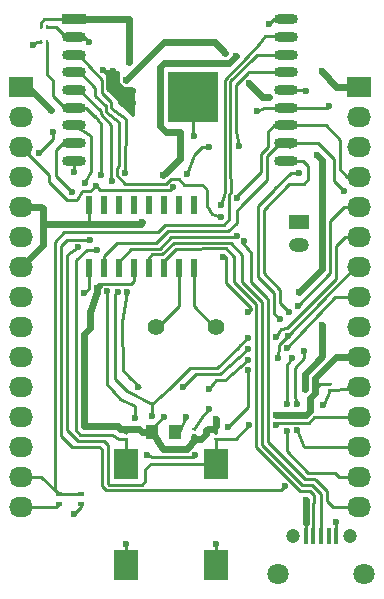
<source format=gbr>
G04 #@! TF.FileFunction,Copper,L1,Top,Signal*
%FSLAX46Y46*%
G04 Gerber Fmt 4.6, Leading zero omitted, Abs format (unit mm)*
G04 Created by KiCad (PCBNEW 4.0.4+e1-6308~48~ubuntu16.04.1-stable) date Wed Nov  2 15:53:33 2016*
%MOMM*%
%LPD*%
G01*
G04 APERTURE LIST*
%ADD10C,0.100000*%
%ADD11R,1.000000X1.250000*%
%ADD12R,2.032000X1.727200*%
%ADD13O,2.032000X1.727200*%
%ADD14C,1.800000*%
%ADD15C,1.200000*%
%ADD16R,0.400000X1.350000*%
%ADD17R,1.700000X1.200000*%
%ADD18O,1.700000X1.200000*%
%ADD19R,0.600000X0.400000*%
%ADD20R,0.280000X0.430000*%
%ADD21R,0.430000X0.280000*%
%ADD22R,2.000000X2.500000*%
%ADD23R,0.600000X1.500000*%
%ADD24O,2.000000X0.900000*%
%ADD25R,2.000000X0.900000*%
%ADD26R,4.300000X4.300000*%
%ADD27C,1.422400*%
%ADD28C,0.600000*%
%ADD29C,0.250000*%
%ADD30C,0.600000*%
%ADD31C,0.254000*%
G04 APERTURE END LIST*
D10*
D11*
X130445000Y-137795000D03*
X132445000Y-137795000D03*
D12*
X119380000Y-108585000D03*
D13*
X119380000Y-111125000D03*
X119380000Y-113665000D03*
X119380000Y-116205000D03*
X119380000Y-118745000D03*
X119380000Y-121285000D03*
X119380000Y-123825000D03*
X119380000Y-126365000D03*
X119380000Y-128905000D03*
X119380000Y-131445000D03*
X119380000Y-133985000D03*
X119380000Y-136525000D03*
X119380000Y-139065000D03*
X119380000Y-141605000D03*
X119380000Y-144145000D03*
D14*
X148405000Y-149860000D03*
D15*
X147205000Y-146610000D03*
D16*
X144780000Y-146660000D03*
X144130000Y-146660000D03*
X143480000Y-146660000D03*
X145430000Y-146660000D03*
X146080000Y-146660000D03*
D15*
X142355000Y-146610000D03*
D14*
X141155000Y-149860000D03*
D12*
X147955000Y-108585000D03*
D13*
X147955000Y-111125000D03*
X147955000Y-113665000D03*
X147955000Y-116205000D03*
X147955000Y-118745000D03*
X147955000Y-121285000D03*
X147955000Y-123825000D03*
X147955000Y-126365000D03*
X147955000Y-128905000D03*
X147955000Y-131445000D03*
X147955000Y-133985000D03*
X147955000Y-136525000D03*
X147955000Y-139065000D03*
X147955000Y-141605000D03*
X147955000Y-144145000D03*
D17*
X142875000Y-120015000D03*
D18*
X142875000Y-122015000D03*
D19*
X122555000Y-143960000D03*
X122555000Y-143060000D03*
X124460000Y-143960000D03*
X124460000Y-143060000D03*
D20*
X121030000Y-103505000D03*
X121540000Y-103505000D03*
X121555000Y-104800000D03*
X121045000Y-104800000D03*
D21*
X133985000Y-138050000D03*
X133985000Y-137540000D03*
X145500000Y-133745000D03*
X145500000Y-134255000D03*
X135890000Y-137915000D03*
X135890000Y-138425000D03*
X128270000Y-137915000D03*
X128270000Y-138425000D03*
D22*
X135890000Y-140505000D03*
X135890000Y-149055000D03*
X128270000Y-140505000D03*
X128270000Y-149055000D03*
D23*
X125095000Y-123985000D03*
X126365000Y-123985000D03*
X127635000Y-123985000D03*
X128905000Y-123985000D03*
X130175000Y-123985000D03*
X131445000Y-123985000D03*
X132715000Y-123985000D03*
X133985000Y-123985000D03*
X133985000Y-118585000D03*
X132715000Y-118585000D03*
X131445000Y-118585000D03*
X130175000Y-118585000D03*
X128905000Y-118585000D03*
X127635000Y-118585000D03*
X126365000Y-118585000D03*
X125095000Y-118585000D03*
D24*
X141825000Y-114870000D03*
X123825000Y-114870000D03*
D25*
X123825000Y-102870000D03*
D24*
X123825000Y-104370000D03*
X123825000Y-105870000D03*
X123825000Y-107370000D03*
X123825000Y-108870000D03*
X123825000Y-110370000D03*
X123825000Y-111870000D03*
X123825000Y-113370000D03*
X141825000Y-113370000D03*
X141825000Y-111870000D03*
X141825000Y-110370000D03*
X141825000Y-108870000D03*
X141825000Y-107370000D03*
X141825000Y-105870000D03*
X141825000Y-104370000D03*
X141825000Y-102870000D03*
D26*
X133945000Y-109450000D03*
D27*
X130810000Y-128905000D03*
X135890000Y-128905000D03*
D28*
X140390000Y-103250000D03*
X126350000Y-107180000D03*
X127170000Y-107270000D03*
X128850000Y-109990000D03*
X128830000Y-108960000D03*
X134000000Y-112800000D03*
X139370000Y-110640000D03*
X145430000Y-110200000D03*
X124700000Y-126100000D03*
X123860000Y-115790000D03*
X120400000Y-105100000D03*
X133350000Y-136525000D03*
X146050000Y-145415000D03*
X135890000Y-147320000D03*
X128270000Y-147320000D03*
X123825000Y-144780000D03*
X140980000Y-136410000D03*
X131400000Y-116100000D03*
X129630000Y-120080000D03*
X128530000Y-106510000D03*
X137550000Y-106010000D03*
X144820000Y-107230000D03*
X135890000Y-136750000D03*
X126610000Y-120180000D03*
X132800000Y-112400000D03*
X125800000Y-125600000D03*
X125200000Y-129000000D03*
X131445000Y-136525000D03*
X141980000Y-129710000D03*
X138600000Y-127700000D03*
X136500000Y-123000000D03*
X136300000Y-119600000D03*
X141140000Y-131550000D03*
X138600000Y-131700000D03*
X135300000Y-134200000D03*
X135255000Y-135890000D03*
X128200000Y-115900000D03*
X141930000Y-130720000D03*
X129270000Y-133990000D03*
X128360000Y-125960000D03*
X133100000Y-134000000D03*
X138600000Y-130800000D03*
X127060000Y-116560000D03*
X127540000Y-125960000D03*
X140980000Y-129760000D03*
X130500000Y-136450000D03*
X138600000Y-129900000D03*
X126180000Y-116090000D03*
X129000000Y-136620000D03*
X126630000Y-125900000D03*
X130000000Y-139790000D03*
X134100000Y-139740000D03*
X136900000Y-137400000D03*
X138600000Y-132600000D03*
X142810000Y-127160000D03*
X143400000Y-134200000D03*
X144890000Y-128780000D03*
X142900000Y-125990000D03*
X144410000Y-114360000D03*
X138670000Y-108310000D03*
X140370000Y-109430000D03*
X128240000Y-108060000D03*
X136680000Y-105740000D03*
X143500000Y-143620000D03*
X132270000Y-117100000D03*
X133450000Y-115980000D03*
X137800000Y-113600000D03*
X135300000Y-113700000D03*
X125700000Y-116960000D03*
X125780000Y-122420000D03*
X122100000Y-112400000D03*
X120900000Y-114200000D03*
X125100000Y-104800000D03*
X146750000Y-117450000D03*
X137630000Y-121200000D03*
X137650000Y-118030000D03*
X124800000Y-116750000D03*
X125170000Y-121550000D03*
X141700000Y-142400000D03*
X144910000Y-135510000D03*
X124190000Y-122170000D03*
X123670000Y-117490000D03*
X138670000Y-137240000D03*
X140980000Y-137220000D03*
X142700000Y-135500000D03*
X142750000Y-137690000D03*
X143300000Y-131000000D03*
X142100000Y-127700000D03*
X142900000Y-115900000D03*
X141890000Y-137730000D03*
X141870000Y-135450000D03*
X142280000Y-131550000D03*
X141300000Y-128300000D03*
X143500000Y-109000000D03*
X136290000Y-118640000D03*
X138280000Y-121700000D03*
X121870000Y-110530000D03*
D29*
X132715000Y-123985000D02*
X132715000Y-127185000D01*
X132715000Y-127185000D02*
X130995000Y-128905000D01*
X130995000Y-128905000D02*
X130810000Y-128905000D01*
X141825000Y-102870000D02*
X140770000Y-102870000D01*
X140770000Y-102870000D02*
X140390000Y-103250000D01*
X128850000Y-109990000D02*
X128850000Y-111010000D01*
X126680002Y-107510002D02*
X126350000Y-107180000D01*
X126680002Y-108760000D02*
X126680002Y-107510002D01*
X127590000Y-109669998D02*
X126680002Y-108760000D01*
X127590000Y-109750000D02*
X127590000Y-109669998D01*
X128850000Y-111010000D02*
X127590000Y-109750000D01*
X127170000Y-107270000D02*
X127170000Y-107880000D01*
X128580000Y-108710000D02*
X128830000Y-108960000D01*
X128000000Y-108710000D02*
X128580000Y-108710000D01*
X127170000Y-107880000D02*
X128000000Y-108710000D01*
X128830000Y-108960000D02*
X128830000Y-109140000D01*
X128850000Y-109990000D02*
X128830000Y-110010000D01*
X128830000Y-108960000D02*
X128850000Y-108980000D01*
X128850000Y-108980000D02*
X128850000Y-109990000D01*
X133945000Y-109450000D02*
X133945000Y-112745000D01*
X133945000Y-112745000D02*
X134000000Y-112800000D01*
X141825000Y-110370000D02*
X140530000Y-110370000D01*
X139960000Y-110370000D02*
X139370000Y-110640000D01*
X140530000Y-110370000D02*
X139960000Y-110370000D01*
X141825000Y-110370000D02*
X145260000Y-110370000D01*
X145260000Y-110370000D02*
X145430000Y-110200000D01*
X125095000Y-123985000D02*
X125095000Y-125705000D01*
X125095000Y-125705000D02*
X124700000Y-126100000D01*
X123825000Y-114870000D02*
X123885000Y-115765000D01*
X123885000Y-115765000D02*
X123860000Y-115790000D01*
X121045000Y-104800000D02*
X120700000Y-104800000D01*
X120700000Y-104800000D02*
X120400000Y-105100000D01*
X132445000Y-137795000D02*
X132715000Y-137795000D01*
X132715000Y-137795000D02*
X133350000Y-136525000D01*
X146080000Y-146660000D02*
X146080000Y-145445000D01*
X146080000Y-145445000D02*
X146050000Y-145415000D01*
X135890000Y-149055000D02*
X135890000Y-147320000D01*
X128270000Y-149055000D02*
X128270000Y-147320000D01*
X124460000Y-143960000D02*
X124460000Y-144145000D01*
X124460000Y-144145000D02*
X123825000Y-144780000D01*
X135890000Y-128905000D02*
X135705000Y-128905000D01*
X135705000Y-128905000D02*
X133985000Y-127185000D01*
X133985000Y-127185000D02*
X133985000Y-123985000D01*
X145500000Y-133745000D02*
X144695000Y-133745000D01*
X144695000Y-133745000D02*
X144290000Y-134150000D01*
D30*
X147955000Y-131445000D02*
X146065000Y-131445000D01*
X144290000Y-133220000D02*
X146065000Y-131445000D01*
X143490000Y-136370000D02*
X143820000Y-136040000D01*
X141180000Y-136410000D02*
X140980000Y-136410000D01*
X141620000Y-136410000D02*
X141180000Y-136410000D01*
X142270000Y-136410000D02*
X141620000Y-136410000D01*
X143490000Y-136370000D02*
X142270000Y-136410000D01*
X144290000Y-134520000D02*
X144290000Y-134150000D01*
X144290000Y-134150000D02*
X144290000Y-133250000D01*
X143820000Y-134990000D02*
X144290000Y-134520000D01*
X143820000Y-136040000D02*
X143820000Y-134990000D01*
X144290000Y-133250000D02*
X144290000Y-133220000D01*
D29*
X128905000Y-123985000D02*
X128905000Y-125035000D01*
X126130000Y-125270000D02*
X125800000Y-125600000D01*
X128670000Y-125270000D02*
X126130000Y-125270000D01*
X128905000Y-125035000D02*
X128670000Y-125270000D01*
D30*
X132800000Y-112400000D02*
X132800000Y-114700000D01*
X131400000Y-116100000D02*
X132800000Y-114700000D01*
X129530000Y-120180000D02*
X126610000Y-120180000D01*
X129630000Y-120080000D02*
X129530000Y-120180000D01*
X128530000Y-102900000D02*
X128520000Y-102890000D01*
X128530000Y-106510000D02*
X128530000Y-102900000D01*
D29*
X128270000Y-137915000D02*
X128270000Y-137800000D01*
X128270000Y-137800000D02*
X128010000Y-137540000D01*
D30*
X129340000Y-137540000D02*
X128010000Y-137540000D01*
X128010000Y-137540000D02*
X127760000Y-137540000D01*
X129595000Y-137795000D02*
X129340000Y-137540000D01*
X130445000Y-137795000D02*
X129595000Y-137795000D01*
X127540000Y-137320000D02*
X124720000Y-137300000D01*
X124660000Y-129540000D02*
X125200000Y-129000000D01*
X124689998Y-137269998D02*
X124660000Y-129540000D01*
X124720000Y-137300000D02*
X124689998Y-137269998D01*
X127760000Y-137540000D02*
X127540000Y-137320000D01*
X125060000Y-120180000D02*
X121200000Y-120180000D01*
X121200000Y-120180000D02*
X121200000Y-118900000D01*
X121200000Y-118900000D02*
X121045000Y-118745000D01*
X121045000Y-118745000D02*
X119380000Y-118745000D01*
X126610000Y-120180000D02*
X125060000Y-120180000D01*
D29*
X125095000Y-120145000D02*
X125095000Y-118585000D01*
X125060000Y-120180000D02*
X125095000Y-120145000D01*
D30*
X131620000Y-112400000D02*
X132800000Y-112400000D01*
X137550000Y-106010000D02*
X137000000Y-106560000D01*
X137000000Y-106560000D02*
X131450000Y-106560000D01*
X131450000Y-106560000D02*
X131120000Y-106890000D01*
X131120000Y-106890000D02*
X131120000Y-111900000D01*
X147955000Y-108585000D02*
X146060000Y-108610000D01*
X144820000Y-107230000D02*
X146060000Y-108610000D01*
X131120000Y-111900000D02*
X131620000Y-112400000D01*
X135890000Y-136750000D02*
X135890000Y-137290000D01*
D29*
X135890000Y-137290000D02*
X135890000Y-137915000D01*
X126610000Y-120180000D02*
X126505000Y-120075000D01*
X119380000Y-118745000D02*
X120045000Y-118745000D01*
D30*
X121200000Y-118900000D02*
X121200000Y-122005000D01*
X121200000Y-122005000D02*
X119380000Y-123825000D01*
X125930000Y-125470000D02*
X125800000Y-125600000D01*
X125200000Y-129000000D02*
X125210000Y-127700000D01*
X125210000Y-127700000D02*
X125800000Y-126000000D01*
X125800000Y-126000000D02*
X125800000Y-125600000D01*
X135510000Y-137540000D02*
X135160000Y-137540000D01*
X135160000Y-137540000D02*
X135000000Y-137700000D01*
X135000000Y-137700000D02*
X135000000Y-138000000D01*
X135000000Y-138000000D02*
X134570000Y-138430000D01*
X134570000Y-138430000D02*
X134130000Y-138430000D01*
X134130000Y-138430000D02*
X133985000Y-138285000D01*
D29*
X133985000Y-138285000D02*
X133985000Y-138050000D01*
X135890000Y-137915000D02*
X135510000Y-137540000D01*
D30*
X134620000Y-138430000D02*
X134365000Y-138430000D01*
X131410000Y-139240000D02*
X130445000Y-137795000D01*
X133390000Y-139230000D02*
X131410000Y-139240000D01*
X134070000Y-138430000D02*
X133390000Y-139230000D01*
X134620000Y-138430000D02*
X134070000Y-138430000D01*
D29*
X121030000Y-103505000D02*
X121030000Y-103170000D01*
X121330000Y-102870000D02*
X123825000Y-102870000D01*
X121030000Y-103170000D02*
X121330000Y-102870000D01*
D30*
X123825000Y-102870000D02*
X128520000Y-102890000D01*
X128520000Y-102890000D02*
X128550000Y-102920000D01*
D29*
X130445000Y-137795000D02*
X130445000Y-137525000D01*
X130445000Y-137525000D02*
X131445000Y-136525000D01*
X135890000Y-137915000D02*
X135890000Y-137160000D01*
X147675000Y-123825000D02*
X141980000Y-129710000D01*
X132710365Y-116412414D02*
X133126346Y-116940000D01*
X128200000Y-116800000D02*
X131640000Y-116800000D01*
X131640000Y-116800000D02*
X132040000Y-116400000D01*
X132040000Y-116400000D02*
X132710365Y-116412414D01*
X138600000Y-127700000D02*
X138800000Y-127500000D01*
X138800000Y-127500000D02*
X138800000Y-127300000D01*
X136700000Y-125200000D02*
X136700000Y-123000000D01*
X138800000Y-127300000D02*
X136700000Y-125200000D01*
X136700000Y-123000000D02*
X136500000Y-123000000D01*
X125670000Y-109360000D02*
X126540000Y-110200000D01*
X125670000Y-108690000D02*
X125670000Y-109360000D01*
X124350000Y-107370000D02*
X125670000Y-108690000D01*
X126540000Y-110200000D02*
X126538992Y-110168992D01*
X126560000Y-110710000D02*
X127700000Y-111610000D01*
X126538992Y-110168992D02*
X126560000Y-110710000D01*
X127700000Y-111610000D02*
X127700000Y-115300000D01*
X127700000Y-115300000D02*
X127500000Y-115500000D01*
X127500000Y-115500000D02*
X127500000Y-116100000D01*
X127500000Y-116100000D02*
X128200000Y-116800000D01*
X135570000Y-119360000D02*
X136300000Y-119600000D01*
X135100000Y-118690000D02*
X135570000Y-119360000D01*
X135100000Y-117400000D02*
X135100000Y-118690000D01*
X135000000Y-117200000D02*
X135100000Y-117400000D01*
X134730000Y-116930000D02*
X135000000Y-117200000D01*
X133126346Y-116940000D02*
X134730000Y-116930000D01*
X123825000Y-107370000D02*
X124350000Y-107370000D01*
X147955000Y-123825000D02*
X147675000Y-123825000D01*
X141960000Y-129740000D02*
X141222380Y-130479059D01*
X141222380Y-130479059D02*
X141140000Y-131550000D01*
X138600000Y-131700000D02*
X136600000Y-133400000D01*
X136600000Y-133400000D02*
X135900000Y-133400000D01*
X135900000Y-133400000D02*
X135300000Y-134200000D01*
X134710000Y-136590000D02*
X133985000Y-137540000D01*
X135255000Y-135890000D02*
X134710000Y-136590000D01*
X128200000Y-115900000D02*
X128220000Y-111330000D01*
X128220000Y-111330000D02*
X127020000Y-110380000D01*
X127020000Y-110380000D02*
X127020000Y-109870000D01*
X127020000Y-109870000D02*
X126988608Y-109855569D01*
X126230000Y-109144375D02*
X126230000Y-108010000D01*
X126988608Y-109855569D02*
X126230000Y-109144375D01*
X126230000Y-108010000D02*
X124288990Y-105870000D01*
X145935000Y-126365000D02*
X141930000Y-130720000D01*
X145935000Y-126365000D02*
X147955000Y-126365000D01*
X128630000Y-133240000D02*
X128610000Y-133230000D01*
X129450000Y-134030000D02*
X128630000Y-133240000D01*
X124288990Y-105870000D02*
X123825000Y-105870000D01*
X128610000Y-133230000D02*
X127990000Y-132570000D01*
X127990000Y-132570000D02*
X127960000Y-128540000D01*
X127960000Y-128550000D02*
X128370000Y-126000000D01*
X134200000Y-132900000D02*
X133100000Y-134000000D01*
X136200000Y-132900000D02*
X134200000Y-132900000D01*
X138600000Y-130800000D02*
X136200000Y-132900000D01*
X127000000Y-115300000D02*
X127000000Y-116500000D01*
X127000000Y-115300000D02*
X127000000Y-115200000D01*
X124300000Y-108870000D02*
X126100000Y-110670000D01*
X126100000Y-110670000D02*
X126100000Y-110900000D01*
X126100000Y-110900000D02*
X127000000Y-111810000D01*
X127000000Y-111810000D02*
X127000000Y-113120000D01*
X127000000Y-113120000D02*
X127000000Y-115200000D01*
X127000000Y-116500000D02*
X127060000Y-116560000D01*
X127361926Y-127619113D02*
X127361926Y-126138074D01*
X127361926Y-126138074D02*
X127540000Y-125960000D01*
X130500000Y-136450000D02*
X130480000Y-135460000D01*
X128320000Y-134330000D02*
X130480000Y-135460000D01*
X127348388Y-133305068D02*
X128320000Y-134330000D01*
X127361926Y-127619113D02*
X127348388Y-133305068D01*
X140980000Y-129760000D02*
X141400000Y-129130000D01*
X141420000Y-129110000D02*
X141873602Y-128990000D01*
X141400000Y-129130000D02*
X141420000Y-129110000D01*
X124300000Y-108870000D02*
X123825000Y-108870000D01*
X126960000Y-116660000D02*
X127060000Y-116560000D01*
X146815000Y-121285000D02*
X147955000Y-121285000D01*
X146000000Y-122100000D02*
X146815000Y-121285000D01*
X146000000Y-124863602D02*
X146000000Y-122100000D01*
X141863602Y-129000000D02*
X141873602Y-128990000D01*
X141873602Y-128990000D02*
X146000000Y-124863602D01*
X137850000Y-130540000D02*
X138600000Y-129900000D01*
X137800000Y-130600000D02*
X137850000Y-130540000D01*
X136000000Y-132400000D02*
X137800000Y-130600000D01*
X133700000Y-132400000D02*
X136000000Y-132400000D01*
X132013423Y-134114850D02*
X133700000Y-132400000D01*
X130500000Y-135460000D02*
X132013423Y-134114850D01*
X130500000Y-136450000D02*
X130500000Y-135460000D01*
X126180000Y-116090000D02*
X126180000Y-113260000D01*
X124840000Y-110370000D02*
X125600000Y-111130000D01*
X125600000Y-111130000D02*
X125600000Y-111100000D01*
X125600000Y-111100000D02*
X126180000Y-111711351D01*
X126180000Y-111711351D02*
X126180000Y-113260000D01*
X123825000Y-110370000D02*
X124840000Y-110370000D01*
X129000000Y-135610000D02*
X129000000Y-136620000D01*
X127790000Y-135000000D02*
X129000000Y-135610000D01*
X126640000Y-133799051D02*
X127790000Y-135000000D01*
X126640000Y-127427612D02*
X126640000Y-133799051D01*
X126640000Y-127020000D02*
X126640000Y-127427612D01*
X126630000Y-125900000D02*
X126640000Y-127020000D01*
X126180000Y-113260000D02*
X126180000Y-113260000D01*
X130000000Y-139790000D02*
X130479798Y-139933935D01*
X130479798Y-139933935D02*
X133900000Y-139940000D01*
X133900000Y-139940000D02*
X134100000Y-139740000D01*
X136900000Y-137400000D02*
X138600000Y-135700000D01*
X138600000Y-135700000D02*
X138600000Y-132600000D01*
X142810000Y-127160000D02*
X145500000Y-124400000D01*
X145500000Y-124400000D02*
X145500000Y-121900000D01*
X145500000Y-121900000D02*
X145500000Y-120000000D01*
X145500000Y-120000000D02*
X146755000Y-118745000D01*
X146755000Y-118745000D02*
X147955000Y-118745000D01*
X123825000Y-110370000D02*
X123070000Y-110370000D01*
X123070000Y-110370000D02*
X122100000Y-109400000D01*
X122100000Y-109400000D02*
X122100000Y-108100000D01*
X122100000Y-108100000D02*
X121555000Y-107555000D01*
X121555000Y-107555000D02*
X121555000Y-104800000D01*
D30*
X143400000Y-134200000D02*
X143400000Y-132920000D01*
X144410000Y-131910000D02*
X144890000Y-131430000D01*
X144890000Y-131430000D02*
X144890000Y-128780000D01*
X142900000Y-125990000D02*
X144840000Y-124050000D01*
X144840000Y-124050000D02*
X144840000Y-114790000D01*
X144840000Y-114790000D02*
X144410000Y-114360000D01*
X143400000Y-132920000D02*
X144410000Y-131910000D01*
X139790000Y-109430000D02*
X140370000Y-109430000D01*
X138670000Y-108310000D02*
X139790000Y-109430000D01*
X128240000Y-108060000D02*
X131480000Y-104820000D01*
X131480000Y-104820000D02*
X135760000Y-104820000D01*
X135760000Y-104820000D02*
X136680000Y-105740000D01*
X143480000Y-145500000D02*
X143480000Y-143640000D01*
D29*
X143480000Y-146660000D02*
X143480000Y-145500000D01*
D30*
X143480000Y-143640000D02*
X143500000Y-143620000D01*
D29*
X125180000Y-117390000D02*
X124520000Y-117390000D01*
X124520000Y-117390000D02*
X124150000Y-118190000D01*
X124150000Y-118190000D02*
X123230000Y-118170000D01*
X125940000Y-117200000D02*
X125700000Y-116960000D01*
X133450000Y-115980000D02*
X134000000Y-114400000D01*
X132119998Y-117250002D02*
X132270000Y-117100000D01*
X131980000Y-117300000D02*
X132029998Y-117250002D01*
X127900000Y-117300000D02*
X131980000Y-117300000D01*
X126000000Y-117300000D02*
X127900000Y-117300000D01*
X132029998Y-117250002D02*
X132119998Y-117250002D01*
X137610000Y-108440000D02*
X138580000Y-107420000D01*
X137580000Y-112360000D02*
X137610000Y-108440000D01*
X137800000Y-113600000D02*
X137580000Y-112360000D01*
X134700000Y-113700000D02*
X135300000Y-113700000D01*
X134000000Y-114400000D02*
X134700000Y-113700000D01*
X141825000Y-107370000D02*
X138610000Y-107390000D01*
X138580000Y-107420000D02*
X138610000Y-107390000D01*
X121759730Y-116044730D02*
X119380000Y-113665000D01*
X121770207Y-116657617D02*
X121759730Y-116044730D01*
X125700000Y-116960000D02*
X125180000Y-117390000D01*
X123231250Y-118171340D02*
X121770207Y-116657617D01*
X126000000Y-117300000D02*
X125940000Y-117200000D01*
X128270000Y-138425000D02*
X127660000Y-138430000D01*
X127660000Y-138430000D02*
X127050000Y-138050000D01*
X127050000Y-138050000D02*
X126470000Y-138050000D01*
X126470000Y-138050000D02*
X124350000Y-138050000D01*
X124000000Y-137700000D02*
X123990000Y-123280000D01*
X123990000Y-123280000D02*
X124970000Y-122420000D01*
X124970000Y-122420000D02*
X125780000Y-122420000D01*
X124350000Y-138050000D02*
X124000000Y-137700000D01*
X128270000Y-140505000D02*
X128270000Y-138425000D01*
X122100000Y-113000000D02*
X122100000Y-112400000D01*
X120900000Y-114200000D02*
X122100000Y-113000000D01*
X125100000Y-104800000D02*
X124670000Y-104370000D01*
X124670000Y-104370000D02*
X123825000Y-104370000D01*
X123825000Y-104370000D02*
X123170000Y-104370000D01*
X123170000Y-104370000D02*
X122305000Y-103505000D01*
X122305000Y-103505000D02*
X121540000Y-103505000D01*
X135600000Y-120300000D02*
X131539554Y-120284113D01*
X122555000Y-143060000D02*
X122260000Y-142765000D01*
X131519554Y-120264113D02*
X130934849Y-120894446D01*
X130934849Y-120894446D02*
X123000000Y-120900000D01*
X123000000Y-120900000D02*
X123004401Y-120909000D01*
X123004401Y-120909000D02*
X122260000Y-121720000D01*
X136540000Y-120300000D02*
X135600000Y-120300000D01*
X137000000Y-119820000D02*
X136540000Y-120300000D01*
X137000000Y-119250000D02*
X137000000Y-119820000D01*
X137000000Y-117800000D02*
X137000000Y-119250000D01*
X137000000Y-117800000D02*
X137120000Y-117490000D01*
X122260000Y-121720000D02*
X122260000Y-142765000D01*
X131539554Y-120284113D02*
X131519554Y-120264113D01*
X141825000Y-105870000D02*
X139390000Y-105870000D01*
X137100000Y-115200000D02*
X137110000Y-117470000D01*
X137110000Y-117470000D02*
X137120000Y-117500000D01*
X137100000Y-108150002D02*
X137100000Y-115200000D01*
X139000000Y-106250002D02*
X137100000Y-108150002D01*
X139360000Y-105900000D02*
X139000000Y-106250002D01*
X139390000Y-105870000D02*
X139360000Y-105900000D01*
X122555000Y-143060000D02*
X124460000Y-143060000D01*
X119380000Y-141605000D02*
X121100000Y-141605000D01*
X121100000Y-141605000D02*
X122555000Y-143060000D01*
X119380000Y-144145000D02*
X122370000Y-144145000D01*
X122370000Y-144145000D02*
X122555000Y-143960000D01*
X144780000Y-146660000D02*
X144780000Y-143080000D01*
X130175000Y-123125000D02*
X130175000Y-123985000D01*
X130500000Y-122800000D02*
X130175000Y-123125000D01*
X131300000Y-122800000D02*
X130500000Y-122800000D01*
X132300000Y-121800000D02*
X131300000Y-122800000D01*
X137157492Y-121809581D02*
X132300000Y-121800000D01*
X139800000Y-126800000D02*
X138100000Y-125100000D01*
X138100000Y-125100000D02*
X138100000Y-122842467D01*
X138100000Y-122842467D02*
X137157492Y-121809581D01*
X139800000Y-138900000D02*
X139800000Y-126800000D01*
X143200000Y-142300000D02*
X139800000Y-138900000D01*
X144000000Y-142300000D02*
X143200000Y-142300000D01*
X144780000Y-143080000D02*
X144000000Y-142300000D01*
X144130000Y-146660000D02*
X144130000Y-143870000D01*
X131445000Y-123345000D02*
X131445000Y-123985000D01*
X132490000Y-122300000D02*
X131445000Y-123345000D01*
X136744823Y-122290481D02*
X132490000Y-122300000D01*
X139300000Y-127000000D02*
X137400000Y-125100000D01*
X137400000Y-125100000D02*
X137400000Y-123035001D01*
X137400000Y-123035001D02*
X136744823Y-122290481D01*
X139300000Y-139100000D02*
X139300000Y-127000000D01*
X143000000Y-142800000D02*
X139300000Y-139100000D01*
X143800000Y-142800000D02*
X143000000Y-142800000D01*
X144200000Y-143200000D02*
X143800000Y-142800000D01*
X144200000Y-143800000D02*
X144200000Y-143200000D01*
X144130000Y-143870000D02*
X144200000Y-143800000D01*
X138119718Y-118620097D02*
X138119718Y-118630282D01*
X126365000Y-122915000D02*
X126365000Y-123985000D01*
X127470000Y-121810000D02*
X126365000Y-122915000D01*
X130830000Y-121810000D02*
X127470000Y-121810000D01*
X131820000Y-120820000D02*
X130830000Y-121810000D01*
X136930000Y-120820000D02*
X131820000Y-120820000D01*
X137650000Y-120100000D02*
X136930000Y-120820000D01*
X137650000Y-119100000D02*
X137650000Y-120100000D01*
X138119718Y-118630282D02*
X137650000Y-119100000D01*
X146750000Y-117450000D02*
X145890000Y-116590000D01*
X145890000Y-116590000D02*
X145890000Y-114730000D01*
X145890000Y-114730000D02*
X144530000Y-113370000D01*
X144530000Y-113370000D02*
X141825000Y-113370000D01*
X142120000Y-113665000D02*
X141825000Y-113370000D01*
X141825000Y-113370000D02*
X141330000Y-113370000D01*
X141330000Y-113370000D02*
X140200000Y-114500000D01*
X140200000Y-114500000D02*
X140210000Y-116490000D01*
X140210000Y-116490000D02*
X138119718Y-118620097D01*
X138119718Y-118620097D02*
X138110000Y-118630000D01*
X137600000Y-117900000D02*
X137600000Y-117980000D01*
X140830000Y-111870000D02*
X140300000Y-112400000D01*
X140300000Y-113700000D02*
X140300000Y-112400000D01*
X139700000Y-114300000D02*
X140300000Y-113700000D01*
X139700000Y-115800000D02*
X139700000Y-114300000D01*
X137600000Y-117900000D02*
X139700000Y-115800000D01*
X128710000Y-122320000D02*
X127635000Y-123395000D01*
X131100000Y-122320000D02*
X128710000Y-122320000D01*
X132090000Y-121330000D02*
X131100000Y-122320000D01*
X137500000Y-121330000D02*
X132090000Y-121330000D01*
X137630000Y-121200000D02*
X137500000Y-121330000D01*
X137600000Y-117980000D02*
X137650000Y-118030000D01*
X127635000Y-123395000D02*
X127635000Y-123985000D01*
X147955000Y-116205000D02*
X147005000Y-116205000D01*
X147005000Y-116205000D02*
X146400000Y-115600000D01*
X146400000Y-115600000D02*
X146350499Y-113125928D01*
X146348933Y-113085219D02*
X145170000Y-111870000D01*
X145170000Y-111870000D02*
X141825000Y-111870000D01*
X140830000Y-111870000D02*
X141825000Y-111870000D01*
X124900000Y-116850000D02*
X124800000Y-116750000D01*
X122750000Y-122070000D02*
X123250000Y-121540000D01*
X123250000Y-121540000D02*
X125170000Y-121550000D01*
X122750000Y-138200000D02*
X122750000Y-122230000D01*
X122750000Y-138200000D02*
X123700000Y-139100000D01*
X123700000Y-139100000D02*
X126000000Y-139100000D01*
X126000000Y-139100000D02*
X126200000Y-139300000D01*
X126200000Y-139300000D02*
X126200000Y-142400000D01*
X126200000Y-142400000D02*
X126550002Y-142750002D01*
X126550002Y-142750002D02*
X141349998Y-142750002D01*
X141349998Y-142750002D02*
X141700000Y-142400000D01*
X144910000Y-135510000D02*
X144990000Y-135430000D01*
X144990000Y-135430000D02*
X145500000Y-134255000D01*
X122750000Y-122230000D02*
X122750000Y-122070000D01*
X145545000Y-134300000D02*
X146000000Y-134300000D01*
X146000000Y-134300000D02*
X147955000Y-133985000D01*
X145545000Y-134300000D02*
X145500000Y-134255000D01*
X123825000Y-111870000D02*
X125330000Y-112770000D01*
X125330000Y-115699500D02*
X124800000Y-116680000D01*
X125330000Y-112770000D02*
X125330000Y-115699500D01*
X145560000Y-134240000D02*
X145500000Y-134255000D01*
X124190000Y-122170000D02*
X124170000Y-122150000D01*
X135890000Y-140505000D02*
X130395000Y-140505000D01*
X123300000Y-137700000D02*
X123300000Y-122850000D01*
X123300000Y-122850000D02*
X124170000Y-122150000D01*
X124200000Y-138600000D02*
X123300000Y-137700000D01*
X126399998Y-138600000D02*
X124200000Y-138600000D01*
X126700000Y-138900002D02*
X126399998Y-138600000D01*
X126700000Y-142200000D02*
X126700000Y-138900002D01*
X126800000Y-142300000D02*
X126700000Y-142200000D01*
X129600000Y-142300000D02*
X126800000Y-142300000D01*
X129900000Y-142000000D02*
X129600000Y-142300000D01*
X129900000Y-141000000D02*
X129900000Y-142000000D01*
X130395000Y-140505000D02*
X129900000Y-141000000D01*
X122930000Y-113370000D02*
X122330000Y-113970000D01*
X123670000Y-117490000D02*
X122330000Y-116115990D01*
X122330000Y-116115990D02*
X122330000Y-113970000D01*
X141490000Y-137035002D02*
X141164998Y-137035002D01*
X144190000Y-136600000D02*
X143754998Y-137035002D01*
X143754998Y-137035002D02*
X141490000Y-137035002D01*
X147955000Y-136525000D02*
X146100000Y-136600000D01*
X146100000Y-136600000D02*
X144190000Y-136600000D01*
X141164998Y-137035002D02*
X140980000Y-137220000D01*
X122930000Y-113370000D02*
X123825000Y-113370000D01*
X137543664Y-138394918D02*
X137510000Y-138420000D01*
X137510000Y-138420000D02*
X135890000Y-138425000D01*
X138670000Y-137240000D02*
X137543664Y-138394918D01*
X141005000Y-137245000D02*
X140980000Y-137220000D01*
X135890000Y-140505000D02*
X135890000Y-138425000D01*
X147955000Y-139065000D02*
X143365000Y-139065000D01*
X142700000Y-135500000D02*
X142530000Y-134870000D01*
X142530000Y-134870000D02*
X142530000Y-133990000D01*
X143365000Y-139065000D02*
X142750000Y-137690000D01*
X141825000Y-114870000D02*
X143250000Y-114870000D01*
X142530000Y-132370000D02*
X142530000Y-133990000D01*
X143330000Y-131570000D02*
X142530000Y-132370000D01*
X143330000Y-130970000D02*
X143330000Y-131570000D01*
X143300000Y-131000000D02*
X143330000Y-130970000D01*
X141300000Y-126900000D02*
X142100000Y-127700000D01*
X141300000Y-125800000D02*
X141300000Y-126900000D01*
X139900000Y-124400000D02*
X141300000Y-125800000D01*
X139900000Y-119000000D02*
X139900000Y-124400000D01*
X142100000Y-116800000D02*
X139900000Y-119000000D01*
X143300000Y-116800000D02*
X142100000Y-116800000D01*
X143660000Y-116440000D02*
X143300000Y-116800000D01*
X143660000Y-115280000D02*
X143660000Y-116440000D01*
X143250000Y-114870000D02*
X143660000Y-115280000D01*
X146295000Y-141605000D02*
X145990000Y-141300000D01*
X145990000Y-141300000D02*
X143700000Y-141300000D01*
X143700000Y-141300000D02*
X141880000Y-139470000D01*
X141880000Y-139470000D02*
X141876718Y-137743282D01*
X141876718Y-137743282D02*
X141890000Y-137730000D01*
X141870000Y-135450000D02*
X141890000Y-134700000D01*
X141890000Y-134700000D02*
X141890000Y-132190000D01*
X141890000Y-132190000D02*
X142280000Y-131550000D01*
X141300000Y-128300000D02*
X140800000Y-127800000D01*
X140800000Y-127800000D02*
X140800000Y-126100000D01*
X140800000Y-126100000D02*
X139400000Y-124700000D01*
X139400000Y-124700000D02*
X139400000Y-118700000D01*
X139400000Y-118700000D02*
X140800000Y-117300000D01*
X140800000Y-117300000D02*
X140800000Y-117290000D01*
X140800000Y-117290000D02*
X142190000Y-115900000D01*
X142190000Y-115900000D02*
X142900000Y-115900000D01*
X147955000Y-141605000D02*
X146295000Y-141605000D01*
X143370000Y-108870000D02*
X141825000Y-108870000D01*
X143500000Y-109000000D02*
X143370000Y-108870000D01*
X140320000Y-126630000D02*
X140100000Y-126400000D01*
X145775002Y-144145000D02*
X145300000Y-143669998D01*
X145300000Y-143669998D02*
X145300000Y-142800000D01*
X145300000Y-142800000D02*
X144381801Y-141881801D01*
X144381801Y-141881801D02*
X144281801Y-141881801D01*
X144281801Y-141881801D02*
X144249998Y-141849998D01*
X144249998Y-141849998D02*
X143449998Y-141849998D01*
X143449998Y-141849998D02*
X140300000Y-138700000D01*
X140300000Y-138700000D02*
X140320000Y-126630000D01*
X147955000Y-144145000D02*
X145775002Y-144145000D01*
X140030000Y-104340000D02*
X141825000Y-104370000D01*
X139490000Y-105020000D02*
X140030000Y-104340000D01*
X138500000Y-106100000D02*
X139490000Y-105020000D01*
X136600000Y-108000000D02*
X138500000Y-106100000D01*
X136619452Y-117489837D02*
X136600000Y-108000000D01*
X136290000Y-118640000D02*
X136619452Y-117489837D01*
X138248199Y-121731801D02*
X138280000Y-121700000D01*
X138048199Y-121731801D02*
X138248199Y-121731801D01*
X138260000Y-121910000D02*
X138048199Y-121731801D01*
X138800000Y-125100000D02*
X138800000Y-122640000D01*
X138800000Y-122640000D02*
X138260000Y-121910000D01*
X140100000Y-126400000D02*
X138800000Y-125100000D01*
D30*
X119380000Y-108585000D02*
X119925000Y-108585000D01*
X119925000Y-108585000D02*
X121870000Y-110530000D01*
D31*
G36*
X127169611Y-107326581D02*
X127590775Y-107365578D01*
X127573023Y-108297581D01*
X127582086Y-108347173D01*
X127619720Y-108398408D01*
X127999720Y-108708408D01*
X128044331Y-108731888D01*
X128077691Y-108736979D01*
X128627691Y-108746979D01*
X128635076Y-108746899D01*
X128751316Y-108742249D01*
X128726127Y-110732180D01*
X127680631Y-109968164D01*
X127696804Y-109677045D01*
X127689555Y-109627156D01*
X127659803Y-109580197D01*
X126798746Y-108719140D01*
X126826931Y-107864185D01*
X126812317Y-107800722D01*
X126538276Y-107281486D01*
X127169611Y-107326581D01*
X127169611Y-107326581D01*
G37*
X127169611Y-107326581D02*
X127590775Y-107365578D01*
X127573023Y-108297581D01*
X127582086Y-108347173D01*
X127619720Y-108398408D01*
X127999720Y-108708408D01*
X128044331Y-108731888D01*
X128077691Y-108736979D01*
X128627691Y-108746979D01*
X128635076Y-108746899D01*
X128751316Y-108742249D01*
X128726127Y-110732180D01*
X127680631Y-109968164D01*
X127696804Y-109677045D01*
X127689555Y-109627156D01*
X127659803Y-109580197D01*
X126798746Y-108719140D01*
X126826931Y-107864185D01*
X126812317Y-107800722D01*
X126538276Y-107281486D01*
X127169611Y-107326581D01*
M02*

</source>
